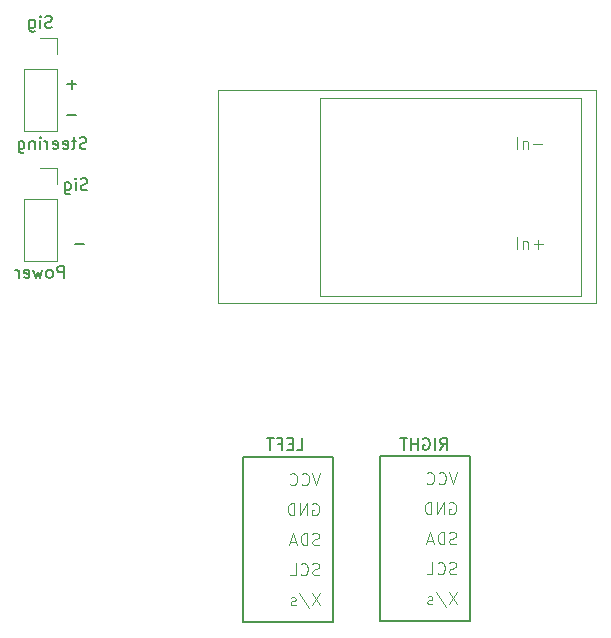
<source format=gbr>
%TF.GenerationSoftware,KiCad,Pcbnew,9.0.3*%
%TF.CreationDate,2025-08-26T20:29:16+05:30*%
%TF.ProjectId,01,30312e6b-6963-4616-945f-706362585858,rev?*%
%TF.SameCoordinates,Original*%
%TF.FileFunction,Legend,Bot*%
%TF.FilePolarity,Positive*%
%FSLAX46Y46*%
G04 Gerber Fmt 4.6, Leading zero omitted, Abs format (unit mm)*
G04 Created by KiCad (PCBNEW 9.0.3) date 2025-08-26 20:29:16*
%MOMM*%
%LPD*%
G01*
G04 APERTURE LIST*
%ADD10C,0.150000*%
%ADD11C,0.100000*%
%ADD12C,0.200000*%
%ADD13C,0.120000*%
G04 APERTURE END LIST*
D10*
X75906189Y-58647200D02*
X75763332Y-58694819D01*
X75763332Y-58694819D02*
X75525237Y-58694819D01*
X75525237Y-58694819D02*
X75429999Y-58647200D01*
X75429999Y-58647200D02*
X75382380Y-58599580D01*
X75382380Y-58599580D02*
X75334761Y-58504342D01*
X75334761Y-58504342D02*
X75334761Y-58409104D01*
X75334761Y-58409104D02*
X75382380Y-58313866D01*
X75382380Y-58313866D02*
X75429999Y-58266247D01*
X75429999Y-58266247D02*
X75525237Y-58218628D01*
X75525237Y-58218628D02*
X75715713Y-58171009D01*
X75715713Y-58171009D02*
X75810951Y-58123390D01*
X75810951Y-58123390D02*
X75858570Y-58075771D01*
X75858570Y-58075771D02*
X75906189Y-57980533D01*
X75906189Y-57980533D02*
X75906189Y-57885295D01*
X75906189Y-57885295D02*
X75858570Y-57790057D01*
X75858570Y-57790057D02*
X75810951Y-57742438D01*
X75810951Y-57742438D02*
X75715713Y-57694819D01*
X75715713Y-57694819D02*
X75477618Y-57694819D01*
X75477618Y-57694819D02*
X75334761Y-57742438D01*
X74906189Y-58694819D02*
X74906189Y-58028152D01*
X74906189Y-57694819D02*
X74953808Y-57742438D01*
X74953808Y-57742438D02*
X74906189Y-57790057D01*
X74906189Y-57790057D02*
X74858570Y-57742438D01*
X74858570Y-57742438D02*
X74906189Y-57694819D01*
X74906189Y-57694819D02*
X74906189Y-57790057D01*
X74001428Y-58028152D02*
X74001428Y-58837676D01*
X74001428Y-58837676D02*
X74049047Y-58932914D01*
X74049047Y-58932914D02*
X74096666Y-58980533D01*
X74096666Y-58980533D02*
X74191904Y-59028152D01*
X74191904Y-59028152D02*
X74334761Y-59028152D01*
X74334761Y-59028152D02*
X74429999Y-58980533D01*
X74001428Y-58647200D02*
X74096666Y-58694819D01*
X74096666Y-58694819D02*
X74287142Y-58694819D01*
X74287142Y-58694819D02*
X74382380Y-58647200D01*
X74382380Y-58647200D02*
X74429999Y-58599580D01*
X74429999Y-58599580D02*
X74477618Y-58504342D01*
X74477618Y-58504342D02*
X74477618Y-58218628D01*
X74477618Y-58218628D02*
X74429999Y-58123390D01*
X74429999Y-58123390D02*
X74382380Y-58075771D01*
X74382380Y-58075771D02*
X74287142Y-58028152D01*
X74287142Y-58028152D02*
X74096666Y-58028152D01*
X74096666Y-58028152D02*
X74001428Y-58075771D01*
X74166779Y-52328866D02*
X74928684Y-52328866D01*
X74866779Y-63278866D02*
X75628684Y-63278866D01*
X72906189Y-44897200D02*
X72763332Y-44944819D01*
X72763332Y-44944819D02*
X72525237Y-44944819D01*
X72525237Y-44944819D02*
X72429999Y-44897200D01*
X72429999Y-44897200D02*
X72382380Y-44849580D01*
X72382380Y-44849580D02*
X72334761Y-44754342D01*
X72334761Y-44754342D02*
X72334761Y-44659104D01*
X72334761Y-44659104D02*
X72382380Y-44563866D01*
X72382380Y-44563866D02*
X72429999Y-44516247D01*
X72429999Y-44516247D02*
X72525237Y-44468628D01*
X72525237Y-44468628D02*
X72715713Y-44421009D01*
X72715713Y-44421009D02*
X72810951Y-44373390D01*
X72810951Y-44373390D02*
X72858570Y-44325771D01*
X72858570Y-44325771D02*
X72906189Y-44230533D01*
X72906189Y-44230533D02*
X72906189Y-44135295D01*
X72906189Y-44135295D02*
X72858570Y-44040057D01*
X72858570Y-44040057D02*
X72810951Y-43992438D01*
X72810951Y-43992438D02*
X72715713Y-43944819D01*
X72715713Y-43944819D02*
X72477618Y-43944819D01*
X72477618Y-43944819D02*
X72334761Y-43992438D01*
X71906189Y-44944819D02*
X71906189Y-44278152D01*
X71906189Y-43944819D02*
X71953808Y-43992438D01*
X71953808Y-43992438D02*
X71906189Y-44040057D01*
X71906189Y-44040057D02*
X71858570Y-43992438D01*
X71858570Y-43992438D02*
X71906189Y-43944819D01*
X71906189Y-43944819D02*
X71906189Y-44040057D01*
X71001428Y-44278152D02*
X71001428Y-45087676D01*
X71001428Y-45087676D02*
X71049047Y-45182914D01*
X71049047Y-45182914D02*
X71096666Y-45230533D01*
X71096666Y-45230533D02*
X71191904Y-45278152D01*
X71191904Y-45278152D02*
X71334761Y-45278152D01*
X71334761Y-45278152D02*
X71429999Y-45230533D01*
X71001428Y-44897200D02*
X71096666Y-44944819D01*
X71096666Y-44944819D02*
X71287142Y-44944819D01*
X71287142Y-44944819D02*
X71382380Y-44897200D01*
X71382380Y-44897200D02*
X71429999Y-44849580D01*
X71429999Y-44849580D02*
X71477618Y-44754342D01*
X71477618Y-44754342D02*
X71477618Y-44468628D01*
X71477618Y-44468628D02*
X71429999Y-44373390D01*
X71429999Y-44373390D02*
X71382380Y-44325771D01*
X71382380Y-44325771D02*
X71287142Y-44278152D01*
X71287142Y-44278152D02*
X71096666Y-44278152D01*
X71096666Y-44278152D02*
X71001428Y-44325771D01*
X74216779Y-49728866D02*
X74978684Y-49728866D01*
X74597731Y-50109819D02*
X74597731Y-49347914D01*
D11*
X112293884Y-63652419D02*
X112293884Y-62652419D01*
X112770074Y-62985752D02*
X112770074Y-63652419D01*
X112770074Y-63080990D02*
X112817693Y-63033371D01*
X112817693Y-63033371D02*
X112912931Y-62985752D01*
X112912931Y-62985752D02*
X113055788Y-62985752D01*
X113055788Y-62985752D02*
X113151026Y-63033371D01*
X113151026Y-63033371D02*
X113198645Y-63128609D01*
X113198645Y-63128609D02*
X113198645Y-63652419D01*
X113674836Y-63271466D02*
X114436741Y-63271466D01*
X114055788Y-63652419D02*
X114055788Y-62890514D01*
X112273884Y-55182419D02*
X112273884Y-54182419D01*
X112750074Y-54515752D02*
X112750074Y-55182419D01*
X112750074Y-54610990D02*
X112797693Y-54563371D01*
X112797693Y-54563371D02*
X112892931Y-54515752D01*
X112892931Y-54515752D02*
X113035788Y-54515752D01*
X113035788Y-54515752D02*
X113131026Y-54563371D01*
X113131026Y-54563371D02*
X113178645Y-54658609D01*
X113178645Y-54658609D02*
X113178645Y-55182419D01*
X113654836Y-54801466D02*
X114416741Y-54801466D01*
D10*
X93632381Y-80694819D02*
X94108571Y-80694819D01*
X94108571Y-80694819D02*
X94108571Y-79694819D01*
X93299047Y-80171009D02*
X92965714Y-80171009D01*
X92822857Y-80694819D02*
X93299047Y-80694819D01*
X93299047Y-80694819D02*
X93299047Y-79694819D01*
X93299047Y-79694819D02*
X92822857Y-79694819D01*
X92060952Y-80171009D02*
X92394285Y-80171009D01*
X92394285Y-80694819D02*
X92394285Y-79694819D01*
X92394285Y-79694819D02*
X91918095Y-79694819D01*
X91679999Y-79694819D02*
X91108571Y-79694819D01*
X91394285Y-80694819D02*
X91394285Y-79694819D01*
D11*
X95578853Y-92827419D02*
X94912187Y-93827419D01*
X94912187Y-92827419D02*
X95578853Y-93827419D01*
X93816949Y-92779800D02*
X94674091Y-94065514D01*
X93531234Y-93779800D02*
X93435996Y-93827419D01*
X93435996Y-93827419D02*
X93245520Y-93827419D01*
X93245520Y-93827419D02*
X93150282Y-93779800D01*
X93150282Y-93779800D02*
X93102663Y-93684561D01*
X93102663Y-93684561D02*
X93102663Y-93636942D01*
X93102663Y-93636942D02*
X93150282Y-93541704D01*
X93150282Y-93541704D02*
X93245520Y-93494085D01*
X93245520Y-93494085D02*
X93388377Y-93494085D01*
X93388377Y-93494085D02*
X93483615Y-93446466D01*
X93483615Y-93446466D02*
X93531234Y-93351228D01*
X93531234Y-93351228D02*
X93531234Y-93303609D01*
X93531234Y-93303609D02*
X93483615Y-93208371D01*
X93483615Y-93208371D02*
X93388377Y-93160752D01*
X93388377Y-93160752D02*
X93245520Y-93160752D01*
X93245520Y-93160752D02*
X93150282Y-93208371D01*
X95626472Y-82667419D02*
X95293139Y-83667419D01*
X95293139Y-83667419D02*
X94959806Y-82667419D01*
X94055044Y-83572180D02*
X94102663Y-83619800D01*
X94102663Y-83619800D02*
X94245520Y-83667419D01*
X94245520Y-83667419D02*
X94340758Y-83667419D01*
X94340758Y-83667419D02*
X94483615Y-83619800D01*
X94483615Y-83619800D02*
X94578853Y-83524561D01*
X94578853Y-83524561D02*
X94626472Y-83429323D01*
X94626472Y-83429323D02*
X94674091Y-83238847D01*
X94674091Y-83238847D02*
X94674091Y-83095990D01*
X94674091Y-83095990D02*
X94626472Y-82905514D01*
X94626472Y-82905514D02*
X94578853Y-82810276D01*
X94578853Y-82810276D02*
X94483615Y-82715038D01*
X94483615Y-82715038D02*
X94340758Y-82667419D01*
X94340758Y-82667419D02*
X94245520Y-82667419D01*
X94245520Y-82667419D02*
X94102663Y-82715038D01*
X94102663Y-82715038D02*
X94055044Y-82762657D01*
X93055044Y-83572180D02*
X93102663Y-83619800D01*
X93102663Y-83619800D02*
X93245520Y-83667419D01*
X93245520Y-83667419D02*
X93340758Y-83667419D01*
X93340758Y-83667419D02*
X93483615Y-83619800D01*
X93483615Y-83619800D02*
X93578853Y-83524561D01*
X93578853Y-83524561D02*
X93626472Y-83429323D01*
X93626472Y-83429323D02*
X93674091Y-83238847D01*
X93674091Y-83238847D02*
X93674091Y-83095990D01*
X93674091Y-83095990D02*
X93626472Y-82905514D01*
X93626472Y-82905514D02*
X93578853Y-82810276D01*
X93578853Y-82810276D02*
X93483615Y-82715038D01*
X93483615Y-82715038D02*
X93340758Y-82667419D01*
X93340758Y-82667419D02*
X93245520Y-82667419D01*
X93245520Y-82667419D02*
X93102663Y-82715038D01*
X93102663Y-82715038D02*
X93055044Y-82762657D01*
X94959806Y-85255038D02*
X95055044Y-85207419D01*
X95055044Y-85207419D02*
X95197901Y-85207419D01*
X95197901Y-85207419D02*
X95340758Y-85255038D01*
X95340758Y-85255038D02*
X95435996Y-85350276D01*
X95435996Y-85350276D02*
X95483615Y-85445514D01*
X95483615Y-85445514D02*
X95531234Y-85635990D01*
X95531234Y-85635990D02*
X95531234Y-85778847D01*
X95531234Y-85778847D02*
X95483615Y-85969323D01*
X95483615Y-85969323D02*
X95435996Y-86064561D01*
X95435996Y-86064561D02*
X95340758Y-86159800D01*
X95340758Y-86159800D02*
X95197901Y-86207419D01*
X95197901Y-86207419D02*
X95102663Y-86207419D01*
X95102663Y-86207419D02*
X94959806Y-86159800D01*
X94959806Y-86159800D02*
X94912187Y-86112180D01*
X94912187Y-86112180D02*
X94912187Y-85778847D01*
X94912187Y-85778847D02*
X95102663Y-85778847D01*
X94483615Y-86207419D02*
X94483615Y-85207419D01*
X94483615Y-85207419D02*
X93912187Y-86207419D01*
X93912187Y-86207419D02*
X93912187Y-85207419D01*
X93435996Y-86207419D02*
X93435996Y-85207419D01*
X93435996Y-85207419D02*
X93197901Y-85207419D01*
X93197901Y-85207419D02*
X93055044Y-85255038D01*
X93055044Y-85255038D02*
X92959806Y-85350276D01*
X92959806Y-85350276D02*
X92912187Y-85445514D01*
X92912187Y-85445514D02*
X92864568Y-85635990D01*
X92864568Y-85635990D02*
X92864568Y-85778847D01*
X92864568Y-85778847D02*
X92912187Y-85969323D01*
X92912187Y-85969323D02*
X92959806Y-86064561D01*
X92959806Y-86064561D02*
X93055044Y-86159800D01*
X93055044Y-86159800D02*
X93197901Y-86207419D01*
X93197901Y-86207419D02*
X93435996Y-86207419D01*
X95531234Y-88699800D02*
X95388377Y-88747419D01*
X95388377Y-88747419D02*
X95150282Y-88747419D01*
X95150282Y-88747419D02*
X95055044Y-88699800D01*
X95055044Y-88699800D02*
X95007425Y-88652180D01*
X95007425Y-88652180D02*
X94959806Y-88556942D01*
X94959806Y-88556942D02*
X94959806Y-88461704D01*
X94959806Y-88461704D02*
X95007425Y-88366466D01*
X95007425Y-88366466D02*
X95055044Y-88318847D01*
X95055044Y-88318847D02*
X95150282Y-88271228D01*
X95150282Y-88271228D02*
X95340758Y-88223609D01*
X95340758Y-88223609D02*
X95435996Y-88175990D01*
X95435996Y-88175990D02*
X95483615Y-88128371D01*
X95483615Y-88128371D02*
X95531234Y-88033133D01*
X95531234Y-88033133D02*
X95531234Y-87937895D01*
X95531234Y-87937895D02*
X95483615Y-87842657D01*
X95483615Y-87842657D02*
X95435996Y-87795038D01*
X95435996Y-87795038D02*
X95340758Y-87747419D01*
X95340758Y-87747419D02*
X95102663Y-87747419D01*
X95102663Y-87747419D02*
X94959806Y-87795038D01*
X94531234Y-88747419D02*
X94531234Y-87747419D01*
X94531234Y-87747419D02*
X94293139Y-87747419D01*
X94293139Y-87747419D02*
X94150282Y-87795038D01*
X94150282Y-87795038D02*
X94055044Y-87890276D01*
X94055044Y-87890276D02*
X94007425Y-87985514D01*
X94007425Y-87985514D02*
X93959806Y-88175990D01*
X93959806Y-88175990D02*
X93959806Y-88318847D01*
X93959806Y-88318847D02*
X94007425Y-88509323D01*
X94007425Y-88509323D02*
X94055044Y-88604561D01*
X94055044Y-88604561D02*
X94150282Y-88699800D01*
X94150282Y-88699800D02*
X94293139Y-88747419D01*
X94293139Y-88747419D02*
X94531234Y-88747419D01*
X93578853Y-88461704D02*
X93102663Y-88461704D01*
X93674091Y-88747419D02*
X93340758Y-87747419D01*
X93340758Y-87747419D02*
X93007425Y-88747419D01*
X95531234Y-91239800D02*
X95388377Y-91287419D01*
X95388377Y-91287419D02*
X95150282Y-91287419D01*
X95150282Y-91287419D02*
X95055044Y-91239800D01*
X95055044Y-91239800D02*
X95007425Y-91192180D01*
X95007425Y-91192180D02*
X94959806Y-91096942D01*
X94959806Y-91096942D02*
X94959806Y-91001704D01*
X94959806Y-91001704D02*
X95007425Y-90906466D01*
X95007425Y-90906466D02*
X95055044Y-90858847D01*
X95055044Y-90858847D02*
X95150282Y-90811228D01*
X95150282Y-90811228D02*
X95340758Y-90763609D01*
X95340758Y-90763609D02*
X95435996Y-90715990D01*
X95435996Y-90715990D02*
X95483615Y-90668371D01*
X95483615Y-90668371D02*
X95531234Y-90573133D01*
X95531234Y-90573133D02*
X95531234Y-90477895D01*
X95531234Y-90477895D02*
X95483615Y-90382657D01*
X95483615Y-90382657D02*
X95435996Y-90335038D01*
X95435996Y-90335038D02*
X95340758Y-90287419D01*
X95340758Y-90287419D02*
X95102663Y-90287419D01*
X95102663Y-90287419D02*
X94959806Y-90335038D01*
X93959806Y-91192180D02*
X94007425Y-91239800D01*
X94007425Y-91239800D02*
X94150282Y-91287419D01*
X94150282Y-91287419D02*
X94245520Y-91287419D01*
X94245520Y-91287419D02*
X94388377Y-91239800D01*
X94388377Y-91239800D02*
X94483615Y-91144561D01*
X94483615Y-91144561D02*
X94531234Y-91049323D01*
X94531234Y-91049323D02*
X94578853Y-90858847D01*
X94578853Y-90858847D02*
X94578853Y-90715990D01*
X94578853Y-90715990D02*
X94531234Y-90525514D01*
X94531234Y-90525514D02*
X94483615Y-90430276D01*
X94483615Y-90430276D02*
X94388377Y-90335038D01*
X94388377Y-90335038D02*
X94245520Y-90287419D01*
X94245520Y-90287419D02*
X94150282Y-90287419D01*
X94150282Y-90287419D02*
X94007425Y-90335038D01*
X94007425Y-90335038D02*
X93959806Y-90382657D01*
X93055044Y-91287419D02*
X93531234Y-91287419D01*
X93531234Y-91287419D02*
X93531234Y-90287419D01*
D10*
X75810952Y-55147200D02*
X75668095Y-55194819D01*
X75668095Y-55194819D02*
X75430000Y-55194819D01*
X75430000Y-55194819D02*
X75334762Y-55147200D01*
X75334762Y-55147200D02*
X75287143Y-55099580D01*
X75287143Y-55099580D02*
X75239524Y-55004342D01*
X75239524Y-55004342D02*
X75239524Y-54909104D01*
X75239524Y-54909104D02*
X75287143Y-54813866D01*
X75287143Y-54813866D02*
X75334762Y-54766247D01*
X75334762Y-54766247D02*
X75430000Y-54718628D01*
X75430000Y-54718628D02*
X75620476Y-54671009D01*
X75620476Y-54671009D02*
X75715714Y-54623390D01*
X75715714Y-54623390D02*
X75763333Y-54575771D01*
X75763333Y-54575771D02*
X75810952Y-54480533D01*
X75810952Y-54480533D02*
X75810952Y-54385295D01*
X75810952Y-54385295D02*
X75763333Y-54290057D01*
X75763333Y-54290057D02*
X75715714Y-54242438D01*
X75715714Y-54242438D02*
X75620476Y-54194819D01*
X75620476Y-54194819D02*
X75382381Y-54194819D01*
X75382381Y-54194819D02*
X75239524Y-54242438D01*
X74953809Y-54528152D02*
X74572857Y-54528152D01*
X74810952Y-54194819D02*
X74810952Y-55051961D01*
X74810952Y-55051961D02*
X74763333Y-55147200D01*
X74763333Y-55147200D02*
X74668095Y-55194819D01*
X74668095Y-55194819D02*
X74572857Y-55194819D01*
X73858571Y-55147200D02*
X73953809Y-55194819D01*
X73953809Y-55194819D02*
X74144285Y-55194819D01*
X74144285Y-55194819D02*
X74239523Y-55147200D01*
X74239523Y-55147200D02*
X74287142Y-55051961D01*
X74287142Y-55051961D02*
X74287142Y-54671009D01*
X74287142Y-54671009D02*
X74239523Y-54575771D01*
X74239523Y-54575771D02*
X74144285Y-54528152D01*
X74144285Y-54528152D02*
X73953809Y-54528152D01*
X73953809Y-54528152D02*
X73858571Y-54575771D01*
X73858571Y-54575771D02*
X73810952Y-54671009D01*
X73810952Y-54671009D02*
X73810952Y-54766247D01*
X73810952Y-54766247D02*
X74287142Y-54861485D01*
X73001428Y-55147200D02*
X73096666Y-55194819D01*
X73096666Y-55194819D02*
X73287142Y-55194819D01*
X73287142Y-55194819D02*
X73382380Y-55147200D01*
X73382380Y-55147200D02*
X73429999Y-55051961D01*
X73429999Y-55051961D02*
X73429999Y-54671009D01*
X73429999Y-54671009D02*
X73382380Y-54575771D01*
X73382380Y-54575771D02*
X73287142Y-54528152D01*
X73287142Y-54528152D02*
X73096666Y-54528152D01*
X73096666Y-54528152D02*
X73001428Y-54575771D01*
X73001428Y-54575771D02*
X72953809Y-54671009D01*
X72953809Y-54671009D02*
X72953809Y-54766247D01*
X72953809Y-54766247D02*
X73429999Y-54861485D01*
X72525237Y-55194819D02*
X72525237Y-54528152D01*
X72525237Y-54718628D02*
X72477618Y-54623390D01*
X72477618Y-54623390D02*
X72429999Y-54575771D01*
X72429999Y-54575771D02*
X72334761Y-54528152D01*
X72334761Y-54528152D02*
X72239523Y-54528152D01*
X71906189Y-55194819D02*
X71906189Y-54528152D01*
X71906189Y-54194819D02*
X71953808Y-54242438D01*
X71953808Y-54242438D02*
X71906189Y-54290057D01*
X71906189Y-54290057D02*
X71858570Y-54242438D01*
X71858570Y-54242438D02*
X71906189Y-54194819D01*
X71906189Y-54194819D02*
X71906189Y-54290057D01*
X71429999Y-54528152D02*
X71429999Y-55194819D01*
X71429999Y-54623390D02*
X71382380Y-54575771D01*
X71382380Y-54575771D02*
X71287142Y-54528152D01*
X71287142Y-54528152D02*
X71144285Y-54528152D01*
X71144285Y-54528152D02*
X71049047Y-54575771D01*
X71049047Y-54575771D02*
X71001428Y-54671009D01*
X71001428Y-54671009D02*
X71001428Y-55194819D01*
X70096666Y-54528152D02*
X70096666Y-55337676D01*
X70096666Y-55337676D02*
X70144285Y-55432914D01*
X70144285Y-55432914D02*
X70191904Y-55480533D01*
X70191904Y-55480533D02*
X70287142Y-55528152D01*
X70287142Y-55528152D02*
X70429999Y-55528152D01*
X70429999Y-55528152D02*
X70525237Y-55480533D01*
X70096666Y-55147200D02*
X70191904Y-55194819D01*
X70191904Y-55194819D02*
X70382380Y-55194819D01*
X70382380Y-55194819D02*
X70477618Y-55147200D01*
X70477618Y-55147200D02*
X70525237Y-55099580D01*
X70525237Y-55099580D02*
X70572856Y-55004342D01*
X70572856Y-55004342D02*
X70572856Y-54718628D01*
X70572856Y-54718628D02*
X70525237Y-54623390D01*
X70525237Y-54623390D02*
X70477618Y-54575771D01*
X70477618Y-54575771D02*
X70382380Y-54528152D01*
X70382380Y-54528152D02*
X70191904Y-54528152D01*
X70191904Y-54528152D02*
X70096666Y-54575771D01*
X105763333Y-80694819D02*
X106096666Y-80218628D01*
X106334761Y-80694819D02*
X106334761Y-79694819D01*
X106334761Y-79694819D02*
X105953809Y-79694819D01*
X105953809Y-79694819D02*
X105858571Y-79742438D01*
X105858571Y-79742438D02*
X105810952Y-79790057D01*
X105810952Y-79790057D02*
X105763333Y-79885295D01*
X105763333Y-79885295D02*
X105763333Y-80028152D01*
X105763333Y-80028152D02*
X105810952Y-80123390D01*
X105810952Y-80123390D02*
X105858571Y-80171009D01*
X105858571Y-80171009D02*
X105953809Y-80218628D01*
X105953809Y-80218628D02*
X106334761Y-80218628D01*
X105334761Y-80694819D02*
X105334761Y-79694819D01*
X104334762Y-79742438D02*
X104430000Y-79694819D01*
X104430000Y-79694819D02*
X104572857Y-79694819D01*
X104572857Y-79694819D02*
X104715714Y-79742438D01*
X104715714Y-79742438D02*
X104810952Y-79837676D01*
X104810952Y-79837676D02*
X104858571Y-79932914D01*
X104858571Y-79932914D02*
X104906190Y-80123390D01*
X104906190Y-80123390D02*
X104906190Y-80266247D01*
X104906190Y-80266247D02*
X104858571Y-80456723D01*
X104858571Y-80456723D02*
X104810952Y-80551961D01*
X104810952Y-80551961D02*
X104715714Y-80647200D01*
X104715714Y-80647200D02*
X104572857Y-80694819D01*
X104572857Y-80694819D02*
X104477619Y-80694819D01*
X104477619Y-80694819D02*
X104334762Y-80647200D01*
X104334762Y-80647200D02*
X104287143Y-80599580D01*
X104287143Y-80599580D02*
X104287143Y-80266247D01*
X104287143Y-80266247D02*
X104477619Y-80266247D01*
X103858571Y-80694819D02*
X103858571Y-79694819D01*
X103858571Y-80171009D02*
X103287143Y-80171009D01*
X103287143Y-80694819D02*
X103287143Y-79694819D01*
X102953809Y-79694819D02*
X102382381Y-79694819D01*
X102668095Y-80694819D02*
X102668095Y-79694819D01*
D11*
X107166353Y-92747419D02*
X106499687Y-93747419D01*
X106499687Y-92747419D02*
X107166353Y-93747419D01*
X105404449Y-92699800D02*
X106261591Y-93985514D01*
X105118734Y-93699800D02*
X105023496Y-93747419D01*
X105023496Y-93747419D02*
X104833020Y-93747419D01*
X104833020Y-93747419D02*
X104737782Y-93699800D01*
X104737782Y-93699800D02*
X104690163Y-93604561D01*
X104690163Y-93604561D02*
X104690163Y-93556942D01*
X104690163Y-93556942D02*
X104737782Y-93461704D01*
X104737782Y-93461704D02*
X104833020Y-93414085D01*
X104833020Y-93414085D02*
X104975877Y-93414085D01*
X104975877Y-93414085D02*
X105071115Y-93366466D01*
X105071115Y-93366466D02*
X105118734Y-93271228D01*
X105118734Y-93271228D02*
X105118734Y-93223609D01*
X105118734Y-93223609D02*
X105071115Y-93128371D01*
X105071115Y-93128371D02*
X104975877Y-93080752D01*
X104975877Y-93080752D02*
X104833020Y-93080752D01*
X104833020Y-93080752D02*
X104737782Y-93128371D01*
X107118734Y-88619800D02*
X106975877Y-88667419D01*
X106975877Y-88667419D02*
X106737782Y-88667419D01*
X106737782Y-88667419D02*
X106642544Y-88619800D01*
X106642544Y-88619800D02*
X106594925Y-88572180D01*
X106594925Y-88572180D02*
X106547306Y-88476942D01*
X106547306Y-88476942D02*
X106547306Y-88381704D01*
X106547306Y-88381704D02*
X106594925Y-88286466D01*
X106594925Y-88286466D02*
X106642544Y-88238847D01*
X106642544Y-88238847D02*
X106737782Y-88191228D01*
X106737782Y-88191228D02*
X106928258Y-88143609D01*
X106928258Y-88143609D02*
X107023496Y-88095990D01*
X107023496Y-88095990D02*
X107071115Y-88048371D01*
X107071115Y-88048371D02*
X107118734Y-87953133D01*
X107118734Y-87953133D02*
X107118734Y-87857895D01*
X107118734Y-87857895D02*
X107071115Y-87762657D01*
X107071115Y-87762657D02*
X107023496Y-87715038D01*
X107023496Y-87715038D02*
X106928258Y-87667419D01*
X106928258Y-87667419D02*
X106690163Y-87667419D01*
X106690163Y-87667419D02*
X106547306Y-87715038D01*
X106118734Y-88667419D02*
X106118734Y-87667419D01*
X106118734Y-87667419D02*
X105880639Y-87667419D01*
X105880639Y-87667419D02*
X105737782Y-87715038D01*
X105737782Y-87715038D02*
X105642544Y-87810276D01*
X105642544Y-87810276D02*
X105594925Y-87905514D01*
X105594925Y-87905514D02*
X105547306Y-88095990D01*
X105547306Y-88095990D02*
X105547306Y-88238847D01*
X105547306Y-88238847D02*
X105594925Y-88429323D01*
X105594925Y-88429323D02*
X105642544Y-88524561D01*
X105642544Y-88524561D02*
X105737782Y-88619800D01*
X105737782Y-88619800D02*
X105880639Y-88667419D01*
X105880639Y-88667419D02*
X106118734Y-88667419D01*
X105166353Y-88381704D02*
X104690163Y-88381704D01*
X105261591Y-88667419D02*
X104928258Y-87667419D01*
X104928258Y-87667419D02*
X104594925Y-88667419D01*
X107213972Y-82587419D02*
X106880639Y-83587419D01*
X106880639Y-83587419D02*
X106547306Y-82587419D01*
X105642544Y-83492180D02*
X105690163Y-83539800D01*
X105690163Y-83539800D02*
X105833020Y-83587419D01*
X105833020Y-83587419D02*
X105928258Y-83587419D01*
X105928258Y-83587419D02*
X106071115Y-83539800D01*
X106071115Y-83539800D02*
X106166353Y-83444561D01*
X106166353Y-83444561D02*
X106213972Y-83349323D01*
X106213972Y-83349323D02*
X106261591Y-83158847D01*
X106261591Y-83158847D02*
X106261591Y-83015990D01*
X106261591Y-83015990D02*
X106213972Y-82825514D01*
X106213972Y-82825514D02*
X106166353Y-82730276D01*
X106166353Y-82730276D02*
X106071115Y-82635038D01*
X106071115Y-82635038D02*
X105928258Y-82587419D01*
X105928258Y-82587419D02*
X105833020Y-82587419D01*
X105833020Y-82587419D02*
X105690163Y-82635038D01*
X105690163Y-82635038D02*
X105642544Y-82682657D01*
X104642544Y-83492180D02*
X104690163Y-83539800D01*
X104690163Y-83539800D02*
X104833020Y-83587419D01*
X104833020Y-83587419D02*
X104928258Y-83587419D01*
X104928258Y-83587419D02*
X105071115Y-83539800D01*
X105071115Y-83539800D02*
X105166353Y-83444561D01*
X105166353Y-83444561D02*
X105213972Y-83349323D01*
X105213972Y-83349323D02*
X105261591Y-83158847D01*
X105261591Y-83158847D02*
X105261591Y-83015990D01*
X105261591Y-83015990D02*
X105213972Y-82825514D01*
X105213972Y-82825514D02*
X105166353Y-82730276D01*
X105166353Y-82730276D02*
X105071115Y-82635038D01*
X105071115Y-82635038D02*
X104928258Y-82587419D01*
X104928258Y-82587419D02*
X104833020Y-82587419D01*
X104833020Y-82587419D02*
X104690163Y-82635038D01*
X104690163Y-82635038D02*
X104642544Y-82682657D01*
X106547306Y-85175038D02*
X106642544Y-85127419D01*
X106642544Y-85127419D02*
X106785401Y-85127419D01*
X106785401Y-85127419D02*
X106928258Y-85175038D01*
X106928258Y-85175038D02*
X107023496Y-85270276D01*
X107023496Y-85270276D02*
X107071115Y-85365514D01*
X107071115Y-85365514D02*
X107118734Y-85555990D01*
X107118734Y-85555990D02*
X107118734Y-85698847D01*
X107118734Y-85698847D02*
X107071115Y-85889323D01*
X107071115Y-85889323D02*
X107023496Y-85984561D01*
X107023496Y-85984561D02*
X106928258Y-86079800D01*
X106928258Y-86079800D02*
X106785401Y-86127419D01*
X106785401Y-86127419D02*
X106690163Y-86127419D01*
X106690163Y-86127419D02*
X106547306Y-86079800D01*
X106547306Y-86079800D02*
X106499687Y-86032180D01*
X106499687Y-86032180D02*
X106499687Y-85698847D01*
X106499687Y-85698847D02*
X106690163Y-85698847D01*
X106071115Y-86127419D02*
X106071115Y-85127419D01*
X106071115Y-85127419D02*
X105499687Y-86127419D01*
X105499687Y-86127419D02*
X105499687Y-85127419D01*
X105023496Y-86127419D02*
X105023496Y-85127419D01*
X105023496Y-85127419D02*
X104785401Y-85127419D01*
X104785401Y-85127419D02*
X104642544Y-85175038D01*
X104642544Y-85175038D02*
X104547306Y-85270276D01*
X104547306Y-85270276D02*
X104499687Y-85365514D01*
X104499687Y-85365514D02*
X104452068Y-85555990D01*
X104452068Y-85555990D02*
X104452068Y-85698847D01*
X104452068Y-85698847D02*
X104499687Y-85889323D01*
X104499687Y-85889323D02*
X104547306Y-85984561D01*
X104547306Y-85984561D02*
X104642544Y-86079800D01*
X104642544Y-86079800D02*
X104785401Y-86127419D01*
X104785401Y-86127419D02*
X105023496Y-86127419D01*
X107118734Y-91159800D02*
X106975877Y-91207419D01*
X106975877Y-91207419D02*
X106737782Y-91207419D01*
X106737782Y-91207419D02*
X106642544Y-91159800D01*
X106642544Y-91159800D02*
X106594925Y-91112180D01*
X106594925Y-91112180D02*
X106547306Y-91016942D01*
X106547306Y-91016942D02*
X106547306Y-90921704D01*
X106547306Y-90921704D02*
X106594925Y-90826466D01*
X106594925Y-90826466D02*
X106642544Y-90778847D01*
X106642544Y-90778847D02*
X106737782Y-90731228D01*
X106737782Y-90731228D02*
X106928258Y-90683609D01*
X106928258Y-90683609D02*
X107023496Y-90635990D01*
X107023496Y-90635990D02*
X107071115Y-90588371D01*
X107071115Y-90588371D02*
X107118734Y-90493133D01*
X107118734Y-90493133D02*
X107118734Y-90397895D01*
X107118734Y-90397895D02*
X107071115Y-90302657D01*
X107071115Y-90302657D02*
X107023496Y-90255038D01*
X107023496Y-90255038D02*
X106928258Y-90207419D01*
X106928258Y-90207419D02*
X106690163Y-90207419D01*
X106690163Y-90207419D02*
X106547306Y-90255038D01*
X105547306Y-91112180D02*
X105594925Y-91159800D01*
X105594925Y-91159800D02*
X105737782Y-91207419D01*
X105737782Y-91207419D02*
X105833020Y-91207419D01*
X105833020Y-91207419D02*
X105975877Y-91159800D01*
X105975877Y-91159800D02*
X106071115Y-91064561D01*
X106071115Y-91064561D02*
X106118734Y-90969323D01*
X106118734Y-90969323D02*
X106166353Y-90778847D01*
X106166353Y-90778847D02*
X106166353Y-90635990D01*
X106166353Y-90635990D02*
X106118734Y-90445514D01*
X106118734Y-90445514D02*
X106071115Y-90350276D01*
X106071115Y-90350276D02*
X105975877Y-90255038D01*
X105975877Y-90255038D02*
X105833020Y-90207419D01*
X105833020Y-90207419D02*
X105737782Y-90207419D01*
X105737782Y-90207419D02*
X105594925Y-90255038D01*
X105594925Y-90255038D02*
X105547306Y-90302657D01*
X104642544Y-91207419D02*
X105118734Y-91207419D01*
X105118734Y-91207419D02*
X105118734Y-90207419D01*
D10*
X73906190Y-66114819D02*
X73906190Y-65114819D01*
X73906190Y-65114819D02*
X73525238Y-65114819D01*
X73525238Y-65114819D02*
X73430000Y-65162438D01*
X73430000Y-65162438D02*
X73382381Y-65210057D01*
X73382381Y-65210057D02*
X73334762Y-65305295D01*
X73334762Y-65305295D02*
X73334762Y-65448152D01*
X73334762Y-65448152D02*
X73382381Y-65543390D01*
X73382381Y-65543390D02*
X73430000Y-65591009D01*
X73430000Y-65591009D02*
X73525238Y-65638628D01*
X73525238Y-65638628D02*
X73906190Y-65638628D01*
X72763333Y-66114819D02*
X72858571Y-66067200D01*
X72858571Y-66067200D02*
X72906190Y-66019580D01*
X72906190Y-66019580D02*
X72953809Y-65924342D01*
X72953809Y-65924342D02*
X72953809Y-65638628D01*
X72953809Y-65638628D02*
X72906190Y-65543390D01*
X72906190Y-65543390D02*
X72858571Y-65495771D01*
X72858571Y-65495771D02*
X72763333Y-65448152D01*
X72763333Y-65448152D02*
X72620476Y-65448152D01*
X72620476Y-65448152D02*
X72525238Y-65495771D01*
X72525238Y-65495771D02*
X72477619Y-65543390D01*
X72477619Y-65543390D02*
X72430000Y-65638628D01*
X72430000Y-65638628D02*
X72430000Y-65924342D01*
X72430000Y-65924342D02*
X72477619Y-66019580D01*
X72477619Y-66019580D02*
X72525238Y-66067200D01*
X72525238Y-66067200D02*
X72620476Y-66114819D01*
X72620476Y-66114819D02*
X72763333Y-66114819D01*
X72096666Y-65448152D02*
X71906190Y-66114819D01*
X71906190Y-66114819D02*
X71715714Y-65638628D01*
X71715714Y-65638628D02*
X71525238Y-66114819D01*
X71525238Y-66114819D02*
X71334762Y-65448152D01*
X70572857Y-66067200D02*
X70668095Y-66114819D01*
X70668095Y-66114819D02*
X70858571Y-66114819D01*
X70858571Y-66114819D02*
X70953809Y-66067200D01*
X70953809Y-66067200D02*
X71001428Y-65971961D01*
X71001428Y-65971961D02*
X71001428Y-65591009D01*
X71001428Y-65591009D02*
X70953809Y-65495771D01*
X70953809Y-65495771D02*
X70858571Y-65448152D01*
X70858571Y-65448152D02*
X70668095Y-65448152D01*
X70668095Y-65448152D02*
X70572857Y-65495771D01*
X70572857Y-65495771D02*
X70525238Y-65591009D01*
X70525238Y-65591009D02*
X70525238Y-65686247D01*
X70525238Y-65686247D02*
X71001428Y-65781485D01*
X70096666Y-66114819D02*
X70096666Y-65448152D01*
X70096666Y-65638628D02*
X70049047Y-65543390D01*
X70049047Y-65543390D02*
X70001428Y-65495771D01*
X70001428Y-65495771D02*
X69906190Y-65448152D01*
X69906190Y-65448152D02*
X69810952Y-65448152D01*
%TO.C,VR1*%
D11*
X86930000Y-50240000D02*
X118930000Y-50240000D01*
X118930000Y-68240000D01*
X86930000Y-68240000D01*
X86930000Y-50240000D01*
X95614500Y-50858000D02*
X117703500Y-50858000D01*
X117703500Y-67622000D01*
X95614500Y-67622000D01*
X95614500Y-50858000D01*
%TO.C,J2*%
D12*
X96740000Y-81255000D02*
X89120000Y-81255000D01*
X89120000Y-95225000D01*
X96740000Y-95225000D01*
X96740000Y-81255000D01*
D13*
%TO.C,M1*%
X70550000Y-48470000D02*
X70550000Y-53660000D01*
X73310000Y-45820000D02*
X71930000Y-45820000D01*
X73310000Y-47200000D02*
X73310000Y-45820000D01*
X73310000Y-48470000D02*
X70550000Y-48470000D01*
X73310000Y-48470000D02*
X73310000Y-53660000D01*
X73310000Y-53660000D02*
X70550000Y-53660000D01*
%TO.C,J1*%
D12*
X108327500Y-81175000D02*
X100707500Y-81175000D01*
X100707500Y-95145000D01*
X108327500Y-95145000D01*
X108327500Y-81175000D01*
D13*
%TO.C,M2*%
X70550000Y-59470000D02*
X70550000Y-64660000D01*
X73310000Y-56820000D02*
X71930000Y-56820000D01*
X73310000Y-58200000D02*
X73310000Y-56820000D01*
X73310000Y-59470000D02*
X70550000Y-59470000D01*
X73310000Y-59470000D02*
X73310000Y-64660000D01*
X73310000Y-64660000D02*
X70550000Y-64660000D01*
%TD*%
M02*

</source>
